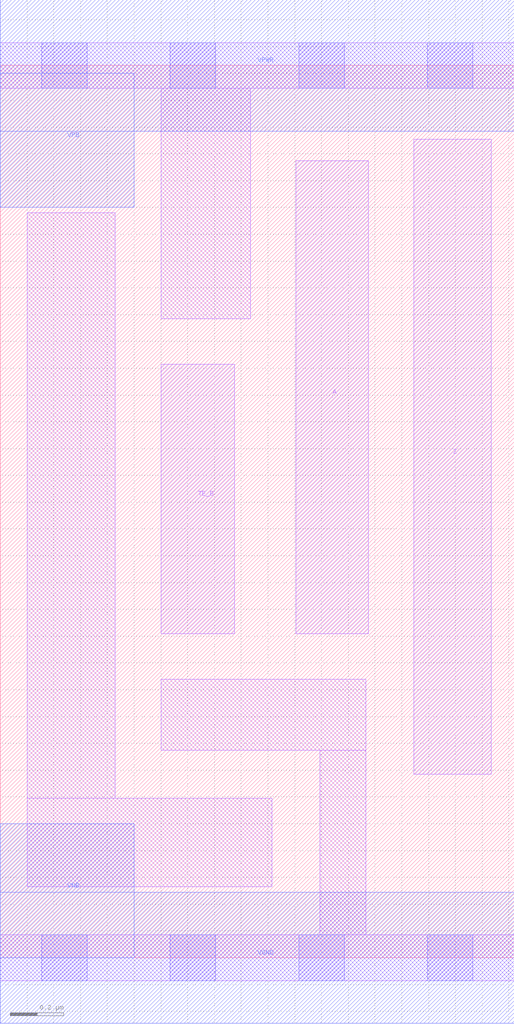
<source format=lef>
# Copyright 2020 The SkyWater PDK Authors
#
# Licensed under the Apache License, Version 2.0 (the "License");
# you may not use this file except in compliance with the License.
# You may obtain a copy of the License at
#
#     https://www.apache.org/licenses/LICENSE-2.0
#
# Unless required by applicable law or agreed to in writing, software
# distributed under the License is distributed on an "AS IS" BASIS,
# WITHOUT WARRANTIES OR CONDITIONS OF ANY KIND, either express or implied.
# See the License for the specific language governing permissions and
# limitations under the License.
#
# SPDX-License-Identifier: Apache-2.0

VERSION 5.5 ;
NAMESCASESENSITIVE ON ;
BUSBITCHARS "[]" ;
DIVIDERCHAR "/" ;
MACRO sky130_fd_sc_lp__einvn_0
  CLASS CORE ;
  SOURCE USER ;
  ORIGIN  0.000000  0.000000 ;
  SIZE  1.920000 BY  3.330000 ;
  SYMMETRY X Y R90 ;
  SITE unit ;
  PIN A
    ANTENNAGATEAREA  0.159000 ;
    DIRECTION INPUT ;
    USE SIGNAL ;
    PORT
      LAYER li1 ;
        RECT 1.105000 1.210000 1.375000 2.975000 ;
    END
  END A
  PIN TE_B
    ANTENNAGATEAREA  0.222000 ;
    DIRECTION INPUT ;
    USE SIGNAL ;
    PORT
      LAYER li1 ;
        RECT 0.600000 1.210000 0.875000 2.215000 ;
    END
  END TE_B
  PIN Z
    ANTENNADIFFAREA  0.280900 ;
    DIRECTION OUTPUT ;
    USE SIGNAL ;
    PORT
      LAYER li1 ;
        RECT 1.545000 0.685000 1.835000 3.055000 ;
    END
  END Z
  PIN VGND
    DIRECTION INOUT ;
    USE GROUND ;
    PORT
      LAYER met1 ;
        RECT 0.000000 -0.245000 1.920000 0.245000 ;
    END
  END VGND
  PIN VNB
    DIRECTION INOUT ;
    USE GROUND ;
    PORT
      LAYER met1 ;
        RECT 0.000000 0.000000 0.500000 0.500000 ;
    END
  END VNB
  PIN VPB
    DIRECTION INOUT ;
    USE POWER ;
    PORT
      LAYER met1 ;
        RECT 0.000000 2.800000 0.500000 3.300000 ;
    END
  END VPB
  PIN VPWR
    DIRECTION INOUT ;
    USE POWER ;
    PORT
      LAYER met1 ;
        RECT 0.000000 3.085000 1.920000 3.575000 ;
    END
  END VPWR
  OBS
    LAYER li1 ;
      RECT 0.000000 -0.085000 1.920000 0.085000 ;
      RECT 0.000000  3.245000 1.920000 3.415000 ;
      RECT 0.100000  0.265000 1.015000 0.595000 ;
      RECT 0.100000  0.595000 0.430000 2.780000 ;
      RECT 0.600000  0.775000 1.365000 1.040000 ;
      RECT 0.600000  2.385000 0.935000 3.245000 ;
      RECT 1.195000  0.085000 1.365000 0.775000 ;
    LAYER mcon ;
      RECT 0.155000 -0.085000 0.325000 0.085000 ;
      RECT 0.155000  3.245000 0.325000 3.415000 ;
      RECT 0.635000 -0.085000 0.805000 0.085000 ;
      RECT 0.635000  3.245000 0.805000 3.415000 ;
      RECT 1.115000 -0.085000 1.285000 0.085000 ;
      RECT 1.115000  3.245000 1.285000 3.415000 ;
      RECT 1.595000 -0.085000 1.765000 0.085000 ;
      RECT 1.595000  3.245000 1.765000 3.415000 ;
  END
END sky130_fd_sc_lp__einvn_0
END LIBRARY

</source>
